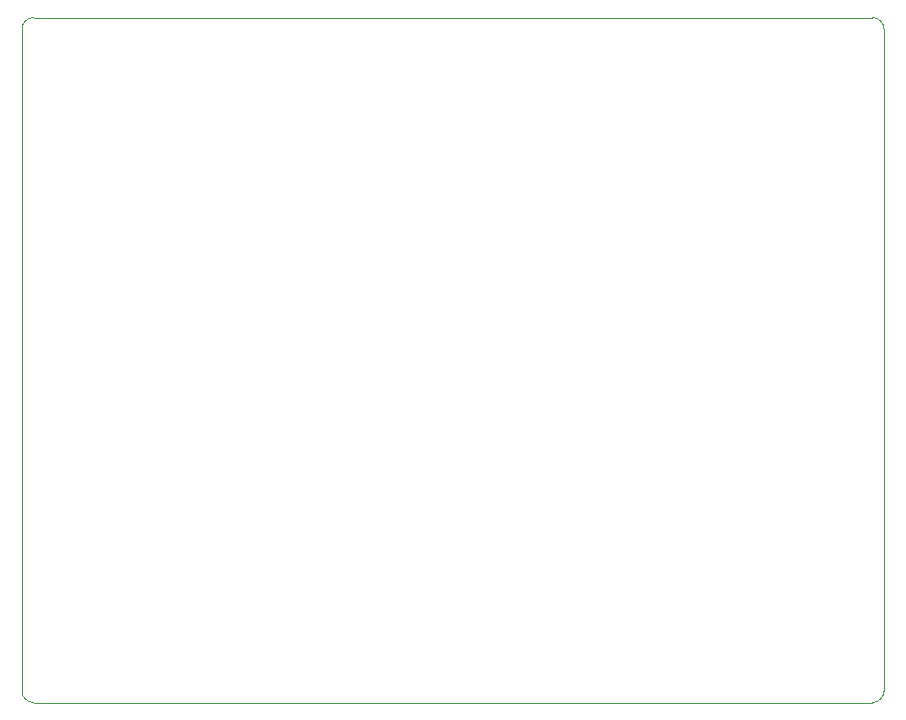
<source format=gbr>
G04 #@! TF.GenerationSoftware,KiCad,Pcbnew,5.1.5-52549c5~84~ubuntu18.04.1*
G04 #@! TF.CreationDate,2020-01-12T14:58:15-06:00*
G04 #@! TF.ProjectId,bloop-zturn-adapter,626c6f6f-702d-47a7-9475-726e2d616461,rev?*
G04 #@! TF.SameCoordinates,Original*
G04 #@! TF.FileFunction,Profile,NP*
%FSLAX46Y46*%
G04 Gerber Fmt 4.6, Leading zero omitted, Abs format (unit mm)*
G04 Created by KiCad (PCBNEW 5.1.5-52549c5~84~ubuntu18.04.1) date 2020-01-12 14:58:15*
%MOMM*%
%LPD*%
G04 APERTURE LIST*
%ADD10C,0.050000*%
G04 APERTURE END LIST*
D10*
X109857600Y-122729000D02*
G75*
G02X108857600Y-121729000I0J1000000D01*
G01*
X108857600Y-65729000D02*
G75*
G02X109857600Y-64729000I1000000J0D01*
G01*
X180857600Y-64729000D02*
G75*
G02X181857600Y-65729000I0J-1000000D01*
G01*
X181857600Y-121729000D02*
G75*
G02X180857600Y-122729000I-1000000J0D01*
G01*
X108857600Y-65729000D02*
X108857600Y-121729000D01*
X180857600Y-64729000D02*
X109857600Y-64729000D01*
X181857600Y-121729000D02*
X181857600Y-65729000D01*
X109857600Y-122729000D02*
X180857600Y-122729000D01*
M02*

</source>
